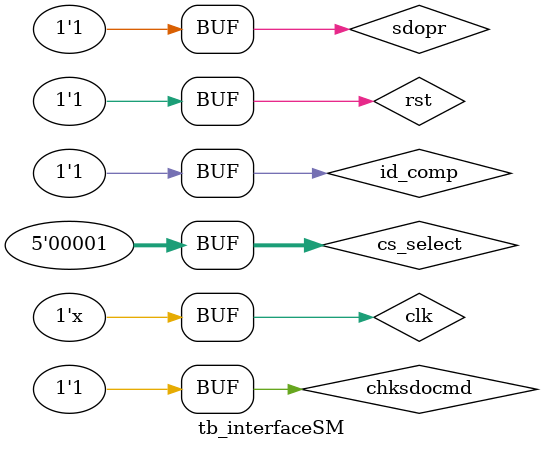
<source format=v>

`resetall
`timescale 1ns/10ps
module tb_interfaceSM ;
   // Internal Declarations
   // Inputs
   reg abort;          // Upon receiving a reset message on the CANbus. FSM goes into a known state
   reg chksdocmd;      // This signal asks to check for SDO command. write/read. write => high priority 
   reg clk = 1'b0;            // posedge
   reg genrst; 
   reg highpr;         // This goes high if the new message is of high priority
   reg id_comp;        // request to idcomp block to compare ID's of previous and new CAN message
   reg init;           // initialize request from bridge FSM of bridge controller 
   reg reset_irq_can;  // request from bridge FSM
   reg rst;            // synchronous low active
   reg sdopr; 
   reg send_mes;       // request from bridge FSM
   reg start_read;     // request from bridge FSM 
   reg start_write;    // request from bridge FSM
   reg timeoutrst;     // timeout reset signal to the state machine in case bridge controller is not respoding for a specified time
   reg [4:0] cs_select;
   
   // Outputs
   wire[4:0]  addr;           // request to caninterface block
   wire       cs_can; 
   wire       en_rec_reg; 
   wire       end_init;       // indication to bridge FSM when initialization is finished 
   wire       end_read;       // request to bridge FSM 
   wire       end_write;      // request to bridge FSM
   wire       highprio;       // Signal to main FSM incase of high priority new message
   wire       idcmpdone; 
   wire       initi;          // request to caninterface block
   wire       lowprio;        // Signal to main FSM incase of low priority new message
   wire       read;           // request to caninterface block(this actually connects to CAN node(canakari))
   wire       rstid;          // new ID is intended for reset
   wire[5:0]  statedeb;       // State debug signal 
   wire       write;           // request to caninterface block
   wire  [4:0]  can_tra_select;
   
interface_SM uut (
  .abort(abort),
  .chksdocmd(chksdocmd),
  .clk(clk),
  .genrst(genrst),
  .highpr(highpr),
  .id_comp(id_comp),
  .init(init),
  .reset_irq_can(reset_irq_can),
  .rst(rst),
  .sdopr(sdopr),
  .send_mes(send_mes),
  .start_read(start_read),
  .start_write(start_write),
  .timeoutrst(timeoutrst),
  .addr(addr),
  .cs_can(cs_can),
  .en_rec_reg(en_rec_reg),
  .end_init(end_init),
  .end_read(end_read),
  .end_write(end_write),
  .highprio(highprio),
  .idcmpdone(idcmpdone),
  .initi(initi),
  .lowprio(lowprio),
  .read(read),
  .rstid(rstid),
  .statedeb(statedeb),
  .write(write),
  .cs_select(cs_select),
  .can_tra_select(can_tra_select)
);
	always #1 clk = ~clk;
  initial begin
  cs_select = 5'b00001;
  rst = 1;
  # 2 
  id_comp =1;
  # 3 
  chksdocmd = 1;
  #3
  sdopr = 1;
  
  end
endmodule

</source>
